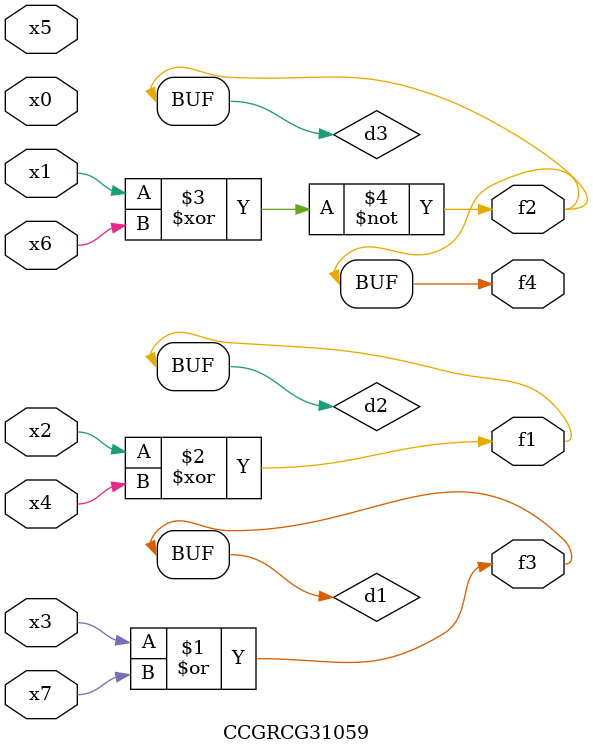
<source format=v>
module CCGRCG31059(
	input x0, x1, x2, x3, x4, x5, x6, x7,
	output f1, f2, f3, f4
);

	wire d1, d2, d3;

	or (d1, x3, x7);
	xor (d2, x2, x4);
	xnor (d3, x1, x6);
	assign f1 = d2;
	assign f2 = d3;
	assign f3 = d1;
	assign f4 = d3;
endmodule

</source>
